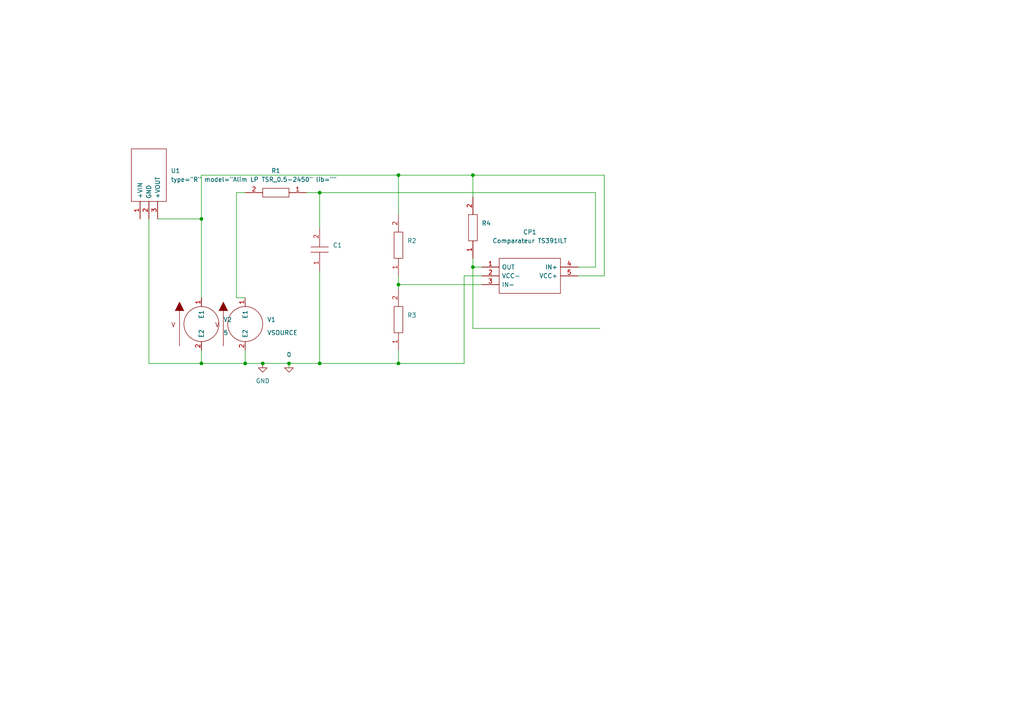
<source format=kicad_sch>
(kicad_sch (version 20211123) (generator eeschema)
  (paper "A4")
  (lib_symbols
    (symbol "EPSA_lib:Alim LP TSR_0.5-2450" (pin_names (offset 0.762))
      (property "Reference" "U" (at 21.59 7.62 0))
      (property "Value" "Alim LP TSR_0.5-2450" (at 21.59 5.08 0))
      (symbol "Alim LP TSR_0.5-2450_0_0"
        (pin passive line (at 0 0 0) (length 5.08) (name "+VIN") (number "1"))
        (pin passive line (at 0 -2.54 0) (length 5.08) (name "GND") (number "2"))
        (pin passive line (at 0 -5.08 0) (length 5.08) (name "+VOUT") (number "3"))
      )
      (symbol "Alim LP TSR_0.5-2450_0_1"
        (polyline (pts (xy 5.08 2.54) (xy 20.32 2.54) (xy 20.32 -7.62) (xy 5.08 -7.62) (xy 5.08 2.54)) (stroke (width 0.1524)))
      )
    )
    (symbol "EPSA_lib:Comparateur TS391ILT" (pin_names (offset 0.762))
      (property "Reference" "CP" (at 35.56 7.62 0))
      (property "Value" "Comparateur TS391ILT" (at 35.56 5.08 0))
      (property "Spice_Lib_File" "${EPSA}\\SpiceModel\\C_ts391.lib" (at 35.56 12.7 0))
      (symbol "Comparateur TS391ILT_0_0"
        (pin passive line (at 0 0 0) (length 5.08) (name "OUT") (number "1"))
        (pin passive line (at 0 -2.54 0) (length 5.08) (name "VCC-") (number "2"))
        (pin passive line (at 0 -5.08 0) (length 5.08) (name "IN-") (number "3"))
        (pin passive line (at 27.94 0 180) (length 5.08) (name "IN+") (number "4"))
        (pin passive line (at 27.94 -2.54 180) (length 5.08) (name "VCC+") (number "5"))
      )
      (symbol "Comparateur TS391ILT_0_1"
        (polyline (pts (xy 5.08 2.54) (xy 22.86 2.54) (xy 22.86 -7.62) (xy 5.08 -7.62) (xy 5.08 2.54)) (stroke (width 0.1524)))
      )
    )
    (symbol "EPSA_lib:Condensateur 0805Y1000104JXT" (pin_names (offset 0.762))
      (property "Reference" "C" (at 19.05 6.35 0))
      (property "Spice_Model" "10" (at 19.05 8.89 0))
      (symbol "Condensateur 0805Y1000104JXT_0_0"
        (pin passive line (at 0 0 0) (length 5.08) (name "~") (number "1"))
        (pin passive line (at 12.7 0 180) (length 5.08) (name "~") (number "2"))
      )
      (symbol "Condensateur 0805Y1000104JXT_0_1"
        (polyline (pts (xy 5.08 0) (xy 5.588 0)) (stroke (width 0.1524)))
        (polyline (pts (xy 5.588 2.54) (xy 5.588 -2.54)) (stroke (width 0.1524)))
        (polyline (pts (xy 7.112 0) (xy 7.62 0)) (stroke (width 0.1524)))
        (polyline (pts (xy 7.112 2.54) (xy 7.112 -2.54)) (stroke (width 0.1524)))
      )
    )
    (symbol "EPSA_lib:Résistance RK73H2BLTDD2152F" (pin_names (offset 0.762))
      (property "Reference" "R" (at 25.4 6.35 0))
      (property "Spice_Model" "10" (at 25.4 8.89 0))
      (symbol "Résistance RK73H2BLTDD2152F_0_0"
        (pin passive line (at 0 0 0) (length 5.08) (name "~") (number "1"))
        (pin passive line (at 17.78 0 180) (length 5.08) (name "~") (number "2"))
      )
      (symbol "Résistance RK73H2BLTDD2152F_0_1"
        (polyline (pts (xy 5.08 1.27) (xy 12.7 1.27) (xy 12.7 -1.27) (xy 5.08 -1.27) (xy 5.08 1.27)) (stroke (width 0.1524)))
      )
    )
    (symbol "power:GND" (power) (pin_names (offset 0))
      (property "Value" "GND" (at 0 -3.81 0))
      (symbol "GND_0_1"
        (polyline (pts (xy 0 0) (xy 0 -1.27) (xy 1.27 -1.27) (xy 0 -2.54) (xy -1.27 -1.27) (xy 0 -1.27)))
      )
      (symbol "GND_1_1"
        (pin power_in line (at 0 0 270) (length 0) hide (name "GND") (number "1"))
      )
    )
    (symbol "pspice:0" (power) (pin_names (offset 0))
      (property "Value" "0" (at 0 -1.778 0))
      (symbol "0_0_1"
        (polyline (pts (xy -1.27 0) (xy 0 -1.27) (xy 1.27 0) (xy -1.27 0)))
      )
      (symbol "0_1_1"
        (pin power_in line (at 0 0 0) (length 0) hide (name "0") (number "1"))
      )
    )
    (symbol "pspice:VSOURCE" (pin_names (offset 1.016))
      (property "Reference" "V" (at -6.35 7.62 0))
      (property "Value" "VSOURCE" (at 0 0 0))
      (symbol "VSOURCE_0_1"
        (polyline (pts (xy -6.35 -6.35) (xy -6.35 3.81)) (fill (type outline)))
        (polyline (pts (xy -7.62 3.81) (xy -6.35 6.35) (xy -5.08 3.81)) (fill (type outline)))
        (circle (center 0 0) (radius 5.08))
        (text "V" (at -8.128 -0.254 0) (effects (font (size 1.27 1.27))))
      )
      (symbol "VSOURCE_1_1"
        (pin input line (at 0 7.62 270) (length 2.54) (name "E1") (number "1"))
        (pin input line (at 0 -7.62 90) (length 2.54) (name "E2") (number "2"))
      )
    )
  )
  (junction (at 92.71 55.88))
  (junction (at 71.12 105.41))
  (junction (at 83.82 105.41))
  (junction (at 92.71 105.41))
  (junction (at 137.16 77.47))
  (junction (at 58.42 63.5))
  (junction (at 115.57 105.41))
  (junction (at 137.16 50.8))
  (junction (at 58.42 105.41))
  (junction (at 115.57 50.8))
  (junction (at 115.57 82.55))
  (junction (at 76.2 105.41))
  (wire (pts (xy 172.72 77.47) (xy 172.72 55.88)))
  (wire (pts (xy 45.72 63.5) (xy 58.42 63.5)))
  (wire (pts (xy 139.7 77.47) (xy 137.16 77.47)))
  (wire (pts (xy 68.58 55.88) (xy 71.12 55.88)))
  (wire (pts (xy 58.42 50.8) (xy 58.42 63.5)))
  (wire (pts (xy 71.12 101.6) (xy 71.12 105.41)))
  (wire (pts (xy 134.62 105.41) (xy 134.62 80.01)))
  (wire (pts (xy 83.82 105.41) (xy 83.82 106.68)))
  (wire (pts (xy 115.57 50.8) (xy 115.57 62.23)))
  (wire (pts (xy 92.71 55.88) (xy 88.9 55.88)))
  (wire (pts (xy 115.57 50.8) (xy 137.16 50.8)))
  (wire (pts (xy 137.16 77.47) (xy 137.16 95.25)))
  (wire (pts (xy 68.58 86.36) (xy 71.12 86.36)))
  (wire (pts (xy 71.12 105.41) (xy 76.2 105.41)))
  (wire (pts (xy 137.16 74.93) (xy 137.16 77.47)))
  (wire (pts (xy 92.71 78.74) (xy 92.71 105.41)))
  (wire (pts (xy 58.42 105.41) (xy 71.12 105.41)))
  (wire (pts (xy 137.16 50.8) (xy 175.26 50.8)))
  (wire (pts (xy 58.42 101.6) (xy 58.42 105.41)))
  (wire (pts (xy 115.57 105.41) (xy 134.62 105.41)))
  (wire (pts (xy 68.58 55.88) (xy 68.58 86.36)))
  (wire (pts (xy 58.42 63.5) (xy 58.42 86.36)))
  (wire (pts (xy 115.57 80.01) (xy 115.57 82.55)))
  (wire (pts (xy 115.57 82.55) (xy 115.57 83.82)))
  (wire (pts (xy 115.57 101.6) (xy 115.57 105.41)))
  (wire (pts (xy 137.16 50.8) (xy 137.16 57.15)))
  (wire (pts (xy 58.42 50.8) (xy 115.57 50.8)))
  (wire (pts (xy 76.2 105.41) (xy 83.82 105.41)))
  (wire (pts (xy 134.62 80.01) (xy 139.7 80.01)))
  (wire (pts (xy 175.26 80.01) (xy 167.64 80.01)))
  (wire (pts (xy 43.18 105.41) (xy 58.42 105.41)))
  (wire (pts (xy 43.18 63.5) (xy 43.18 105.41)))
  (wire (pts (xy 137.16 95.25) (xy 173.99 95.25)))
  (wire (pts (xy 167.64 77.47) (xy 172.72 77.47)))
  (wire (pts (xy 83.82 105.41) (xy 92.71 105.41)))
  (wire (pts (xy 92.71 55.88) (xy 92.71 66.04)))
  (wire (pts (xy 92.71 55.88) (xy 172.72 55.88)))
  (wire (pts (xy 92.71 105.41) (xy 115.57 105.41)))
  (wire (pts (xy 115.57 82.55) (xy 139.7 82.55)))
  (wire (pts (xy 175.26 50.8) (xy 175.26 80.01)))
  (symbol (lib_id "EPSA_lib:Résistance RK73H2BLTDD2152F") (at 88.9 55.88 180) (unit 1)
    (property "Reference" "R1" (at 80.01 49.53 0))
    (property "Value" "Résistance RK73H2BLTDD2152F" (effects hide))
    (property "Footprint" "EPSA_lib:RESC3216X70N" (effects hide))
    (property "Datasheet" "http://www.koaspeer.com/catimages/Products/RK73H/RK73H.pdf" (effects hide))
    (property "Description" "Thick Film Resistors - SMD" (effects hide))
    (property "Height" "0.7" (effects hide))
    (property "Manufacturer_Name" "KOA Speer" (effects hide))
    (property "Manufacturer_Part_Number" "RK73H2BLTDD2152F" (effects hide))
    (property "Mouser Part Number" "N/A" (effects hide))
    (property "Mouser Price/Stock" "https://www.mouser.co.uk/ProductDetail/KOA-Speer/RK73H2BLTDD2152F?qs=WeIALVmW3zmyxMFsjVzMRw%3D%3D" (effects hide))
    (property "Spice_Primitive" "R" (effects hide))
    (property "Spice_Model" "300k" (at 80.01 52.07 0))
    (property "Spice_Netlist_Enabled" "Y" (effects hide))
  )
  (symbol (lib_id "EPSA_lib:Comparateur TS391ILT") (at 139.7 77.47 0) (unit 1)
    (property "Reference" "CP1" (at 153.67 67.31 0))
    (property "Value" "Comparateur TS391ILT" (at 153.67 69.85 0))
    (property "Footprint" "EPSA_lib:SOT95P280X145-5N" (effects hide))
    (property "Datasheet" "http://www.st.com/st-web-ui/static/active/en/resource/technical/document/datasheet/CD00001660.pdf" (effects hide))
    (property "Description" "TS391ILT, Comparator Open Collector 0.3us 12 V, 15 V, 18 V, 24 V, 28 V, 3 V, 5 V, 9 V 5-Pin SOT-23" (effects hide))
    (property "Height" "1.45" (effects hide))
    (property "Manufacturer_Name" "STMicroelectronics" (effects hide))
    (property "Manufacturer_Part_Number" "TS391ILT" (effects hide))
    (property "Mouser Part Number" "511-TS391IL" (effects hide))
    (property "Mouser Price/Stock" "https://www.mouser.co.uk/ProductDetail/STMicroelectronics/TS391ILT?qs=P8h1tZw8GcB9GWR61XM17g%3D%3D" (effects hide))
    (property "Arrow Part Number" "TS391ILT" (effects hide))
    (property "Arrow Price/Stock" "https://www.arrow.com/en/products/ts391ilt/stmicroelectronics?region=europe" (effects hide))
    (property "Spice_Primitive" "X" (effects hide))
    (property "Spice_Model" "TS391" (effects hide))
    (property "Spice_Netlist_Enabled" "Y" (effects hide))
    (property "Spice_Node_Sequence" "4,3,5,2,1" (effects hide))
    (property "Spice_Lib_File" "${EPSA}\\SpiceModel\\C_ts391.lib" (at 153.67 72.39 0))
  )
  (symbol (lib_id "pspice:0") (at 83.82 106.68 0) (unit 1)
    (property "Reference" "#GND01" (effects hide))
    (property "Value" "0" (at 83.82 102.87 0))
  )
  (symbol (lib_id "EPSA_lib:Condensateur 0805Y1000104JXT") (at 92.71 78.74 90) (unit 1)
    (property "Reference" "C1" (at 96.52 71.1199 90) (effects (justify right)))
    (property "Value" "Condensateur 0805Y1000104JXT" (effects hide))
    (property "Footprint" "EPSA_lib:CAPC2012X130N" (effects hide))
    (property "Datasheet" "http://docs-europe.electrocomponents.com/webdocs/119d/0900766b8119d7bc.pdf" (effects hide))
    (property "Description" "Syfer 0805 Ceramic Chip Capacitors" (effects hide))
    (property "Height" "1.3" (effects hide))
    (property "Manufacturer_Name" "Syfer" (effects hide))
    (property "Manufacturer_Part_Number" "0805Y1000104JXT" (effects hide))
    (property "Arrow Part Number" "0805Y1000104JXT" (effects hide))
    (property "Arrow Price/Stock" "https://www.arrow.com/en/products/0805y1000104jxt/syfer-technology?region=europe" (effects hide))
    (property "Spice_Primitive" "C" (effects hide))
    (property "Spice_Model" "1u" (at 96.52 73.6599 90) (effects (justify right)))
    (property "Spice_Netlist_Enabled" "Y" (effects hide))
  )
  (symbol (lib_id "pspice:VSOURCE") (at 58.42 93.98 0) (unit 1) (in_bom no) (on_board no)
    (property "Reference" "V2" (at 64.77 92.7099 0) (effects (justify left)))
    (property "Value" "VSOURCE" (at 64.77 96.52 0) (effects (justify left)))
    (property "Spice_Primitive" "V" (effects hide))
    (property "Spice_Model" "dc 5" (effects hide))
    (property "Spice_Netlist_Enabled" "Y" (effects hide))
  )
  (symbol (lib_id "EPSA_lib:Résistance RK73H2BLTDD2152F") (at 115.57 101.6 90) (unit 1)
    (property "Reference" "R3" (at 118.11 91.4399 90) (effects (justify right)))
    (property "Value" "Résistance RK73H2BLTDD2152F" (effects hide))
    (property "Footprint" "EPSA_lib:RESC3216X70N" (effects hide))
    (property "Datasheet" "http://www.koaspeer.com/catimages/Products/RK73H/RK73H.pdf" (effects hide))
    (property "Description" "Thick Film Resistors - SMD" (effects hide))
    (property "Height" "0.7" (effects hide))
    (property "Manufacturer_Name" "KOA Speer" (effects hide))
    (property "Manufacturer_Part_Number" "RK73H2BLTDD2152F" (effects hide))
    (property "Mouser Part Number" "N/A" (effects hide))
    (property "Mouser Price/Stock" "https://www.mouser.co.uk/ProductDetail/KOA-Speer/RK73H2BLTDD2152F?qs=WeIALVmW3zmyxMFsjVzMRw%3D%3D" (effects hide))
    (property "Spice_Primitive" "R" (effects hide))
    (property "Spice_Model" "10" (at 118.11 93.9799 90) (effects (justify right)))
    (property "Spice_Netlist_Enabled" "Y" (effects hide))
  )
  (symbol (lib_id "pspice:VSOURCE") (at 71.12 93.98 0) (unit 1) (in_bom no) (on_board no)
    (property "Reference" "V1" (at 77.47 92.7099 0) (effects (justify left)))
    (property "Value" "VSOURCE" (at 77.47 96.52 0) (effects (justify left)))
    (property "Spice_Primitive" "V" (effects hide))
    (property "Spice_Model" "dc 5 pulse(0 3 2 100m 100m 2 6)" (effects hide))
    (property "Spice_Netlist_Enabled" "Y" (effects hide))
  )
  (symbol (lib_id "EPSA_lib:Alim LP TSR_0.5-2450") (at 40.64 63.5 90) (unit 1)
    (property "Reference" "U1" (at 49.53 49.5299 90) (effects (justify right)))
    (property "Value" "Alim LP TSR_0.5-2450" (at 49.53 52.0699 90) (effects (justify right)))
    (property "Footprint" "EPSA_lib:TSR-0.5-2433" (effects hide))
    (property "Datasheet" "https://tracopower.com/tsr0-5-datasheet/" (effects hide))
    (property "Description" "0.5 Amp POL switching regulator, 4.75 to -32 VDC input, pos.-pos. circuit, LM78 compatible, SIP-3" (effects hide))
    (property "Manufacturer_Name" "Traco Power" (effects hide))
    (property "Manufacturer_Part_Number" "TSR 0.5-2450" (effects hide))
    (property "Mouser Part Number" "495-TSR0.5-2450" (effects hide))
    (property "Mouser Price/Stock" "https://www.mouser.co.uk/ProductDetail/TRACO-Power/TSR-0.5-2450?qs=ckJk83FOD0XpEgQBSwF%2FIw%3D%3D" (effects hide))
    (property "Arrow Part Number" "TSR 0.5-2450" (effects hide))
    (property "Arrow Price/Stock" "https://www.arrow.com/en/products/tsr0.5-2450/traco-electronic-ag?region=europe" (effects hide))
    (property "Spice_Primitive" "R" (effects hide))
    (property "Spice_Netlist_Enabled" "N" (effects hide))
  )
  (symbol (lib_id "EPSA_lib:Résistance RK73H2BLTDD2152F") (at 137.16 74.93 90) (unit 1)
    (property "Reference" "R4" (at 139.7 64.7699 90) (effects (justify right)))
    (property "Value" "Résistance RK73H2BLTDD2152F" (effects hide))
    (property "Footprint" "EPSA_lib:RESC3216X70N" (effects hide))
    (property "Datasheet" "http://www.koaspeer.com/catimages/Products/RK73H/RK73H.pdf" (effects hide))
    (property "Description" "Thick Film Resistors - SMD" (effects hide))
    (property "Height" "0.7" (effects hide))
    (property "Manufacturer_Name" "KOA Speer" (effects hide))
    (property "Manufacturer_Part_Number" "RK73H2BLTDD2152F" (effects hide))
    (property "Mouser Part Number" "N/A" (effects hide))
    (property "Mouser Price/Stock" "https://www.mouser.co.uk/ProductDetail/KOA-Speer/RK73H2BLTDD2152F?qs=WeIALVmW3zmyxMFsjVzMRw%3D%3D" (effects hide))
    (property "Spice_Primitive" "R" (effects hide))
    (property "Spice_Model" "9k" (at 139.7 67.3099 90) (effects (justify right)))
    (property "Spice_Netlist_Enabled" "Y" (effects hide))
  )
  (symbol (lib_id "EPSA_lib:Résistance RK73H2BLTDD2152F") (at 115.57 80.01 90) (unit 1)
    (property "Reference" "R2" (at 118.11 69.8499 90) (effects (justify right)))
    (property "Value" "Résistance RK73H2BLTDD2152F" (effects hide))
    (property "Footprint" "EPSA_lib:RESC3216X70N" (effects hide))
    (property "Datasheet" "http://www.koaspeer.com/catimages/Products/RK73H/RK73H.pdf" (effects hide))
    (property "Description" "Thick Film Resistors - SMD" (effects hide))
    (property "Height" "0.7" (effects hide))
    (property "Manufacturer_Name" "KOA Speer" (effects hide))
    (property "Manufacturer_Part_Number" "RK73H2BLTDD2152F" (effects hide))
    (property "Mouser Part Number" "N/A" (effects hide))
    (property "Mouser Price/Stock" "https://www.mouser.co.uk/ProductDetail/KOA-Speer/RK73H2BLTDD2152F?qs=WeIALVmW3zmyxMFsjVzMRw%3D%3D" (effects hide))
    (property "Spice_Primitive" "R" (effects hide))
    (property "Spice_Model" "13" (at 118.11 72.3899 90) (effects (justify right)))
    (property "Spice_Netlist_Enabled" "Y" (effects hide))
  )
  (symbol (lib_id "power:GND") (at 76.2 105.41 0) (unit 1)
    (property "Reference" "#PWR01" (effects hide))
    (property "Value" "GND" (at 76.2 110.49 0))
  )
)
</source>
